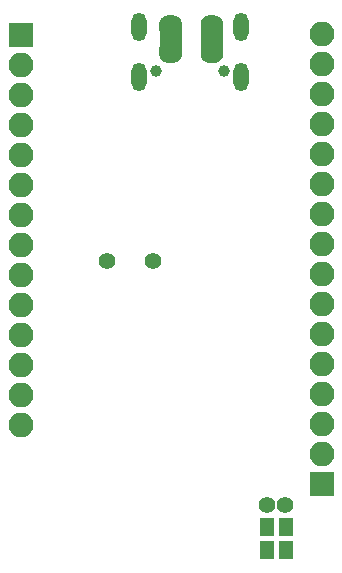
<source format=gbr>
G04 #@! TF.GenerationSoftware,KiCad,Pcbnew,(5.0.0)*
G04 #@! TF.CreationDate,2020-12-16T12:49:42+00:00*
G04 #@! TF.ProjectId,ESP-V,4553502D562E6B696361645F70636200,rev?*
G04 #@! TF.SameCoordinates,Original*
G04 #@! TF.FileFunction,Soldermask,Bot*
G04 #@! TF.FilePolarity,Negative*
%FSLAX46Y46*%
G04 Gerber Fmt 4.6, Leading zero omitted, Abs format (unit mm)*
G04 Created by KiCad (PCBNEW (5.0.0)) date 12/16/20 12:49:42*
%MOMM*%
%LPD*%
G01*
G04 APERTURE LIST*
%ADD10C,1.400000*%
%ADD11R,2.100000X2.100000*%
%ADD12O,2.100000X2.100000*%
%ADD13R,1.150000X1.600000*%
%ADD14O,1.300000X2.400000*%
%ADD15C,1.000000*%
%ADD16C,0.500000*%
%ADD17C,0.100000*%
%ADD18R,1.900000X1.400000*%
G04 APERTURE END LIST*
D10*
G04 #@! TO.C,Y2*
X113080000Y-118640000D03*
X111580000Y-118640000D03*
G04 #@! TD*
D11*
G04 #@! TO.C,J2*
X116200000Y-116850000D03*
D12*
X116200000Y-114310000D03*
X116200000Y-111770000D03*
X116200000Y-109230000D03*
X116200000Y-106690000D03*
X116200000Y-104150000D03*
X116200000Y-101610000D03*
X116200000Y-99070000D03*
X116200000Y-96530000D03*
X116200000Y-93990000D03*
X116200000Y-91450000D03*
X116200000Y-88910000D03*
X116200000Y-86370000D03*
X116200000Y-83830000D03*
X116200000Y-81290000D03*
X116200000Y-78750000D03*
G04 #@! TD*
D13*
G04 #@! TO.C,C15*
X111600000Y-120550000D03*
X111600000Y-122450000D03*
G04 #@! TD*
G04 #@! TO.C,C18*
X113200000Y-122450000D03*
X113200000Y-120550000D03*
G04 #@! TD*
D14*
G04 #@! TO.C,J1*
X100750000Y-82400000D03*
X109400000Y-82400000D03*
X109400000Y-78220000D03*
X100750000Y-78220000D03*
D15*
X102185000Y-81900000D03*
X107965000Y-81900000D03*
G04 #@! TD*
D11*
G04 #@! TO.C,J3*
X90700000Y-78850000D03*
D12*
X90700000Y-81390000D03*
X90700000Y-83930000D03*
X90700000Y-86470000D03*
X90700000Y-89010000D03*
X90700000Y-91550000D03*
X90700000Y-94090000D03*
X90700000Y-96630000D03*
X90700000Y-99170000D03*
X90700000Y-101710000D03*
X90700000Y-104250000D03*
X90700000Y-106790000D03*
X90700000Y-109330000D03*
X90700000Y-111870000D03*
G04 #@! TD*
D16*
G04 #@! TO.C,JP1*
X106900000Y-80500000D03*
D17*
G36*
X105953843Y-79910982D02*
X105965224Y-79873463D01*
X105983706Y-79838886D01*
X106008579Y-79808579D01*
X106038886Y-79783706D01*
X106073463Y-79765224D01*
X106100000Y-79757174D01*
X106100000Y-79600000D01*
X106103843Y-79560982D01*
X106115224Y-79523463D01*
X106133706Y-79488886D01*
X106158579Y-79458579D01*
X106188886Y-79433706D01*
X106223463Y-79415224D01*
X106260982Y-79403843D01*
X106300000Y-79400000D01*
X106700000Y-79400000D01*
X106739018Y-79403843D01*
X106776537Y-79415224D01*
X106811114Y-79433706D01*
X106841421Y-79458579D01*
X106866294Y-79488886D01*
X106884776Y-79523463D01*
X106896157Y-79560982D01*
X106900000Y-79600000D01*
X106903843Y-79560982D01*
X106915224Y-79523463D01*
X106933706Y-79488886D01*
X106958579Y-79458579D01*
X106988886Y-79433706D01*
X107023463Y-79415224D01*
X107060982Y-79403843D01*
X107100000Y-79400000D01*
X107500000Y-79400000D01*
X107539018Y-79403843D01*
X107576537Y-79415224D01*
X107611114Y-79433706D01*
X107641421Y-79458579D01*
X107666294Y-79488886D01*
X107684776Y-79523463D01*
X107696157Y-79560982D01*
X107700000Y-79600000D01*
X107700000Y-79757174D01*
X107726537Y-79765224D01*
X107761114Y-79783706D01*
X107791421Y-79808579D01*
X107816294Y-79838886D01*
X107834776Y-79873463D01*
X107846157Y-79910982D01*
X107850000Y-79950000D01*
X107850000Y-80500000D01*
X107849398Y-80506112D01*
X107849398Y-80524534D01*
X107848435Y-80544140D01*
X107843625Y-80592971D01*
X107840746Y-80612380D01*
X107831174Y-80660505D01*
X107826404Y-80679548D01*
X107812160Y-80726503D01*
X107805549Y-80744980D01*
X107786772Y-80790313D01*
X107778377Y-80808061D01*
X107755246Y-80851334D01*
X107745160Y-80868162D01*
X107717900Y-80908961D01*
X107706205Y-80924730D01*
X107675077Y-80962659D01*
X107661897Y-80977200D01*
X107627200Y-81011897D01*
X107612659Y-81025077D01*
X107574730Y-81056205D01*
X107558961Y-81067900D01*
X107518162Y-81095160D01*
X107501334Y-81105246D01*
X107458061Y-81128377D01*
X107440313Y-81136772D01*
X107394980Y-81155549D01*
X107376503Y-81162160D01*
X107329548Y-81176404D01*
X107310505Y-81181174D01*
X107262380Y-81190746D01*
X107242971Y-81193625D01*
X107194140Y-81198435D01*
X107174534Y-81199398D01*
X107156112Y-81199398D01*
X107150000Y-81200000D01*
X106650000Y-81200000D01*
X106643888Y-81199398D01*
X106625466Y-81199398D01*
X106605860Y-81198435D01*
X106557029Y-81193625D01*
X106537620Y-81190746D01*
X106489495Y-81181174D01*
X106470452Y-81176404D01*
X106423497Y-81162160D01*
X106405020Y-81155549D01*
X106359687Y-81136772D01*
X106341939Y-81128377D01*
X106298666Y-81105246D01*
X106281838Y-81095160D01*
X106241039Y-81067900D01*
X106225270Y-81056205D01*
X106187341Y-81025077D01*
X106172800Y-81011897D01*
X106138103Y-80977200D01*
X106124923Y-80962659D01*
X106093795Y-80924730D01*
X106082100Y-80908961D01*
X106054840Y-80868162D01*
X106044754Y-80851334D01*
X106021623Y-80808061D01*
X106013228Y-80790313D01*
X105994451Y-80744980D01*
X105987840Y-80726503D01*
X105973596Y-80679548D01*
X105968826Y-80660505D01*
X105959254Y-80612380D01*
X105956375Y-80592971D01*
X105951565Y-80544140D01*
X105950602Y-80524534D01*
X105950602Y-80506112D01*
X105950000Y-80500000D01*
X105950000Y-79950000D01*
X105953843Y-79910982D01*
X105953843Y-79910982D01*
G37*
D16*
X106900000Y-77900000D03*
D17*
G36*
X105950602Y-77893888D02*
X105950602Y-77875466D01*
X105951565Y-77855860D01*
X105956375Y-77807029D01*
X105959254Y-77787620D01*
X105968826Y-77739495D01*
X105973596Y-77720452D01*
X105987840Y-77673497D01*
X105994451Y-77655020D01*
X106013228Y-77609687D01*
X106021623Y-77591939D01*
X106044754Y-77548666D01*
X106054840Y-77531838D01*
X106082100Y-77491039D01*
X106093795Y-77475270D01*
X106124923Y-77437341D01*
X106138103Y-77422800D01*
X106172800Y-77388103D01*
X106187341Y-77374923D01*
X106225270Y-77343795D01*
X106241039Y-77332100D01*
X106281838Y-77304840D01*
X106298666Y-77294754D01*
X106341939Y-77271623D01*
X106359687Y-77263228D01*
X106405020Y-77244451D01*
X106423497Y-77237840D01*
X106470452Y-77223596D01*
X106489495Y-77218826D01*
X106537620Y-77209254D01*
X106557029Y-77206375D01*
X106605860Y-77201565D01*
X106625466Y-77200602D01*
X106643888Y-77200602D01*
X106650000Y-77200000D01*
X107150000Y-77200000D01*
X107156112Y-77200602D01*
X107174534Y-77200602D01*
X107194140Y-77201565D01*
X107242971Y-77206375D01*
X107262380Y-77209254D01*
X107310505Y-77218826D01*
X107329548Y-77223596D01*
X107376503Y-77237840D01*
X107394980Y-77244451D01*
X107440313Y-77263228D01*
X107458061Y-77271623D01*
X107501334Y-77294754D01*
X107518162Y-77304840D01*
X107558961Y-77332100D01*
X107574730Y-77343795D01*
X107612659Y-77374923D01*
X107627200Y-77388103D01*
X107661897Y-77422800D01*
X107675077Y-77437341D01*
X107706205Y-77475270D01*
X107717900Y-77491039D01*
X107745160Y-77531838D01*
X107755246Y-77548666D01*
X107778377Y-77591939D01*
X107786772Y-77609687D01*
X107805549Y-77655020D01*
X107812160Y-77673497D01*
X107826404Y-77720452D01*
X107831174Y-77739495D01*
X107840746Y-77787620D01*
X107843625Y-77807029D01*
X107848435Y-77855860D01*
X107849398Y-77875466D01*
X107849398Y-77893888D01*
X107850000Y-77900000D01*
X107850000Y-78450000D01*
X107846157Y-78489018D01*
X107834776Y-78526537D01*
X107816294Y-78561114D01*
X107791421Y-78591421D01*
X107761114Y-78616294D01*
X107726537Y-78634776D01*
X107689018Y-78646157D01*
X107650000Y-78650000D01*
X106150000Y-78650000D01*
X106110982Y-78646157D01*
X106073463Y-78634776D01*
X106038886Y-78616294D01*
X106008579Y-78591421D01*
X105983706Y-78561114D01*
X105965224Y-78526537D01*
X105953843Y-78489018D01*
X105950000Y-78450000D01*
X105950000Y-77900000D01*
X105950602Y-77893888D01*
X105950602Y-77893888D01*
G37*
D18*
X106900000Y-79200000D03*
G04 #@! TD*
G04 #@! TO.C,JP2*
X103400000Y-79200000D03*
D16*
X103400000Y-77900000D03*
D17*
G36*
X102450602Y-77893888D02*
X102450602Y-77875466D01*
X102451565Y-77855860D01*
X102456375Y-77807029D01*
X102459254Y-77787620D01*
X102468826Y-77739495D01*
X102473596Y-77720452D01*
X102487840Y-77673497D01*
X102494451Y-77655020D01*
X102513228Y-77609687D01*
X102521623Y-77591939D01*
X102544754Y-77548666D01*
X102554840Y-77531838D01*
X102582100Y-77491039D01*
X102593795Y-77475270D01*
X102624923Y-77437341D01*
X102638103Y-77422800D01*
X102672800Y-77388103D01*
X102687341Y-77374923D01*
X102725270Y-77343795D01*
X102741039Y-77332100D01*
X102781838Y-77304840D01*
X102798666Y-77294754D01*
X102841939Y-77271623D01*
X102859687Y-77263228D01*
X102905020Y-77244451D01*
X102923497Y-77237840D01*
X102970452Y-77223596D01*
X102989495Y-77218826D01*
X103037620Y-77209254D01*
X103057029Y-77206375D01*
X103105860Y-77201565D01*
X103125466Y-77200602D01*
X103143888Y-77200602D01*
X103150000Y-77200000D01*
X103650000Y-77200000D01*
X103656112Y-77200602D01*
X103674534Y-77200602D01*
X103694140Y-77201565D01*
X103742971Y-77206375D01*
X103762380Y-77209254D01*
X103810505Y-77218826D01*
X103829548Y-77223596D01*
X103876503Y-77237840D01*
X103894980Y-77244451D01*
X103940313Y-77263228D01*
X103958061Y-77271623D01*
X104001334Y-77294754D01*
X104018162Y-77304840D01*
X104058961Y-77332100D01*
X104074730Y-77343795D01*
X104112659Y-77374923D01*
X104127200Y-77388103D01*
X104161897Y-77422800D01*
X104175077Y-77437341D01*
X104206205Y-77475270D01*
X104217900Y-77491039D01*
X104245160Y-77531838D01*
X104255246Y-77548666D01*
X104278377Y-77591939D01*
X104286772Y-77609687D01*
X104305549Y-77655020D01*
X104312160Y-77673497D01*
X104326404Y-77720452D01*
X104331174Y-77739495D01*
X104340746Y-77787620D01*
X104343625Y-77807029D01*
X104348435Y-77855860D01*
X104349398Y-77875466D01*
X104349398Y-77893888D01*
X104350000Y-77900000D01*
X104350000Y-78450000D01*
X104346157Y-78489018D01*
X104334776Y-78526537D01*
X104316294Y-78561114D01*
X104291421Y-78591421D01*
X104261114Y-78616294D01*
X104226537Y-78634776D01*
X104189018Y-78646157D01*
X104150000Y-78650000D01*
X102650000Y-78650000D01*
X102610982Y-78646157D01*
X102573463Y-78634776D01*
X102538886Y-78616294D01*
X102508579Y-78591421D01*
X102483706Y-78561114D01*
X102465224Y-78526537D01*
X102453843Y-78489018D01*
X102450000Y-78450000D01*
X102450000Y-77900000D01*
X102450602Y-77893888D01*
X102450602Y-77893888D01*
G37*
D16*
X103400000Y-80500000D03*
D17*
G36*
X102453843Y-79910982D02*
X102465224Y-79873463D01*
X102483706Y-79838886D01*
X102508579Y-79808579D01*
X102538886Y-79783706D01*
X102573463Y-79765224D01*
X102600000Y-79757174D01*
X102600000Y-79600000D01*
X102603843Y-79560982D01*
X102615224Y-79523463D01*
X102633706Y-79488886D01*
X102658579Y-79458579D01*
X102688886Y-79433706D01*
X102723463Y-79415224D01*
X102760982Y-79403843D01*
X102800000Y-79400000D01*
X103200000Y-79400000D01*
X103239018Y-79403843D01*
X103276537Y-79415224D01*
X103311114Y-79433706D01*
X103341421Y-79458579D01*
X103366294Y-79488886D01*
X103384776Y-79523463D01*
X103396157Y-79560982D01*
X103400000Y-79600000D01*
X103403843Y-79560982D01*
X103415224Y-79523463D01*
X103433706Y-79488886D01*
X103458579Y-79458579D01*
X103488886Y-79433706D01*
X103523463Y-79415224D01*
X103560982Y-79403843D01*
X103600000Y-79400000D01*
X104000000Y-79400000D01*
X104039018Y-79403843D01*
X104076537Y-79415224D01*
X104111114Y-79433706D01*
X104141421Y-79458579D01*
X104166294Y-79488886D01*
X104184776Y-79523463D01*
X104196157Y-79560982D01*
X104200000Y-79600000D01*
X104200000Y-79757174D01*
X104226537Y-79765224D01*
X104261114Y-79783706D01*
X104291421Y-79808579D01*
X104316294Y-79838886D01*
X104334776Y-79873463D01*
X104346157Y-79910982D01*
X104350000Y-79950000D01*
X104350000Y-80500000D01*
X104349398Y-80506112D01*
X104349398Y-80524534D01*
X104348435Y-80544140D01*
X104343625Y-80592971D01*
X104340746Y-80612380D01*
X104331174Y-80660505D01*
X104326404Y-80679548D01*
X104312160Y-80726503D01*
X104305549Y-80744980D01*
X104286772Y-80790313D01*
X104278377Y-80808061D01*
X104255246Y-80851334D01*
X104245160Y-80868162D01*
X104217900Y-80908961D01*
X104206205Y-80924730D01*
X104175077Y-80962659D01*
X104161897Y-80977200D01*
X104127200Y-81011897D01*
X104112659Y-81025077D01*
X104074730Y-81056205D01*
X104058961Y-81067900D01*
X104018162Y-81095160D01*
X104001334Y-81105246D01*
X103958061Y-81128377D01*
X103940313Y-81136772D01*
X103894980Y-81155549D01*
X103876503Y-81162160D01*
X103829548Y-81176404D01*
X103810505Y-81181174D01*
X103762380Y-81190746D01*
X103742971Y-81193625D01*
X103694140Y-81198435D01*
X103674534Y-81199398D01*
X103656112Y-81199398D01*
X103650000Y-81200000D01*
X103150000Y-81200000D01*
X103143888Y-81199398D01*
X103125466Y-81199398D01*
X103105860Y-81198435D01*
X103057029Y-81193625D01*
X103037620Y-81190746D01*
X102989495Y-81181174D01*
X102970452Y-81176404D01*
X102923497Y-81162160D01*
X102905020Y-81155549D01*
X102859687Y-81136772D01*
X102841939Y-81128377D01*
X102798666Y-81105246D01*
X102781838Y-81095160D01*
X102741039Y-81067900D01*
X102725270Y-81056205D01*
X102687341Y-81025077D01*
X102672800Y-81011897D01*
X102638103Y-80977200D01*
X102624923Y-80962659D01*
X102593795Y-80924730D01*
X102582100Y-80908961D01*
X102554840Y-80868162D01*
X102544754Y-80851334D01*
X102521623Y-80808061D01*
X102513228Y-80790313D01*
X102494451Y-80744980D01*
X102487840Y-80726503D01*
X102473596Y-80679548D01*
X102468826Y-80660505D01*
X102459254Y-80612380D01*
X102456375Y-80592971D01*
X102451565Y-80544140D01*
X102450602Y-80524534D01*
X102450602Y-80506112D01*
X102450000Y-80500000D01*
X102450000Y-79950000D01*
X102453843Y-79910982D01*
X102453843Y-79910982D01*
G37*
G04 #@! TD*
D10*
G04 #@! TO.C,TP1*
X101900000Y-97950000D03*
G04 #@! TD*
G04 #@! TO.C,TP2*
X98000000Y-97950000D03*
G04 #@! TD*
M02*

</source>
